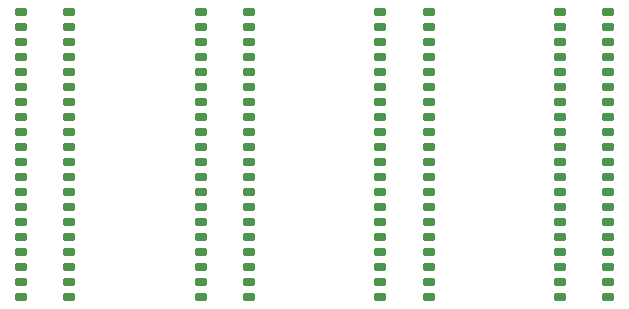
<source format=gbp>
G04 #@! TF.GenerationSoftware,KiCad,Pcbnew,7.0.6-0*
G04 #@! TF.CreationDate,2023-10-14T16:46:17-04:00*
G04 #@! TF.ProjectId,FBI Board,46424920-426f-4617-9264-2e6b69636164,1*
G04 #@! TF.SameCoordinates,Original*
G04 #@! TF.FileFunction,Paste,Bot*
G04 #@! TF.FilePolarity,Positive*
%FSLAX46Y46*%
G04 Gerber Fmt 4.6, Leading zero omitted, Abs format (unit mm)*
G04 Created by KiCad (PCBNEW 7.0.6-0) date 2023-10-14 16:46:17*
%MOMM*%
%LPD*%
G01*
G04 APERTURE LIST*
G04 Aperture macros list*
%AMRoundRect*
0 Rectangle with rounded corners*
0 $1 Rounding radius*
0 $2 $3 $4 $5 $6 $7 $8 $9 X,Y pos of 4 corners*
0 Add a 4 corners polygon primitive as box body*
4,1,4,$2,$3,$4,$5,$6,$7,$8,$9,$2,$3,0*
0 Add four circle primitives for the rounded corners*
1,1,$1+$1,$2,$3*
1,1,$1+$1,$4,$5*
1,1,$1+$1,$6,$7*
1,1,$1+$1,$8,$9*
0 Add four rect primitives between the rounded corners*
20,1,$1+$1,$2,$3,$4,$5,0*
20,1,$1+$1,$4,$5,$6,$7,0*
20,1,$1+$1,$6,$7,$8,$9,0*
20,1,$1+$1,$8,$9,$2,$3,0*%
G04 Aperture macros list end*
%ADD10RoundRect,0.190000X0.310000X0.190000X-0.310000X0.190000X-0.310000X-0.190000X0.310000X-0.190000X0*%
%ADD11RoundRect,0.190000X-0.310000X-0.190000X0.310000X-0.190000X0.310000X0.190000X-0.310000X0.190000X0*%
G04 APERTURE END LIST*
D10*
X149820000Y-112620000D03*
X149820000Y-111350000D03*
X149820000Y-110080000D03*
X149820000Y-108810000D03*
X149820000Y-107540000D03*
X149820000Y-106270000D03*
X149820000Y-105000000D03*
X149820000Y-103730000D03*
X149820000Y-102460000D03*
X149820000Y-101190000D03*
X149820000Y-99920000D03*
X149820000Y-98650000D03*
X149820000Y-97380000D03*
X149820000Y-96110000D03*
X149820000Y-94840000D03*
X149820000Y-93570000D03*
X149820000Y-92300000D03*
X149820000Y-91030000D03*
X149820000Y-89760000D03*
X149820000Y-88490000D03*
D11*
X145720000Y-88480000D03*
X145720000Y-89750000D03*
X145720000Y-91020000D03*
X145720000Y-92290000D03*
X145720000Y-93560000D03*
X145720000Y-94830000D03*
X145720000Y-96100000D03*
X145720000Y-97370000D03*
X145720000Y-98640000D03*
X145720000Y-99910000D03*
X145720000Y-101180000D03*
X145720000Y-102450000D03*
X145720000Y-103720000D03*
X145720000Y-104990000D03*
X145720000Y-106260000D03*
X145720000Y-107530000D03*
X145720000Y-108800000D03*
X145720000Y-110070000D03*
X145720000Y-111340000D03*
X145720000Y-112610000D03*
D10*
X119400000Y-112620000D03*
X119400000Y-111350000D03*
X119400000Y-110080000D03*
X119400000Y-108810000D03*
X119400000Y-107540000D03*
X119400000Y-106270000D03*
X119400000Y-105000000D03*
X119400000Y-103730000D03*
X119400000Y-102460000D03*
X119400000Y-101190000D03*
X119400000Y-99920000D03*
X119400000Y-98650000D03*
X119400000Y-97380000D03*
X119400000Y-96110000D03*
X119400000Y-94840000D03*
X119400000Y-93570000D03*
X119400000Y-92300000D03*
X119400000Y-91030000D03*
X119400000Y-89760000D03*
X119400000Y-88490000D03*
D11*
X115300000Y-88480000D03*
X115300000Y-89750000D03*
X115300000Y-91020000D03*
X115300000Y-92290000D03*
X115300000Y-93560000D03*
X115300000Y-94830000D03*
X115300000Y-96100000D03*
X115300000Y-97370000D03*
X115300000Y-98640000D03*
X115300000Y-99910000D03*
X115300000Y-101180000D03*
X115300000Y-102450000D03*
X115300000Y-103720000D03*
X115300000Y-104990000D03*
X115300000Y-106260000D03*
X115300000Y-107530000D03*
X115300000Y-108800000D03*
X115300000Y-110070000D03*
X115300000Y-111340000D03*
X115300000Y-112610000D03*
D10*
X165010000Y-112620000D03*
X165010000Y-111350000D03*
X165010000Y-110080000D03*
X165010000Y-108810000D03*
X165010000Y-107540000D03*
X165010000Y-106270000D03*
X165010000Y-105000000D03*
X165010000Y-103730000D03*
X165010000Y-102460000D03*
X165010000Y-101190000D03*
X165010000Y-99920000D03*
X165010000Y-98650000D03*
X165010000Y-97380000D03*
X165010000Y-96110000D03*
X165010000Y-94840000D03*
X165010000Y-93570000D03*
X165010000Y-92300000D03*
X165010000Y-91030000D03*
X165010000Y-89760000D03*
X165010000Y-88490000D03*
D11*
X160910000Y-88480000D03*
X160910000Y-89750000D03*
X160910000Y-91020000D03*
X160910000Y-92290000D03*
X160910000Y-93560000D03*
X160910000Y-94830000D03*
X160910000Y-96100000D03*
X160910000Y-97370000D03*
X160910000Y-98640000D03*
X160910000Y-99910000D03*
X160910000Y-101180000D03*
X160910000Y-102450000D03*
X160910000Y-103720000D03*
X160910000Y-104990000D03*
X160910000Y-106260000D03*
X160910000Y-107530000D03*
X160910000Y-108800000D03*
X160910000Y-110070000D03*
X160910000Y-111340000D03*
X160910000Y-112610000D03*
D10*
X134610000Y-112620000D03*
X134610000Y-111350000D03*
X134610000Y-110080000D03*
X134610000Y-108810000D03*
X134610000Y-107540000D03*
X134610000Y-106270000D03*
X134610000Y-105000000D03*
X134610000Y-103730000D03*
X134610000Y-102460000D03*
X134610000Y-101190000D03*
X134610000Y-99920000D03*
X134610000Y-98650000D03*
X134610000Y-97380000D03*
X134610000Y-96110000D03*
X134610000Y-94840000D03*
X134610000Y-93570000D03*
X134610000Y-92300000D03*
X134610000Y-91030000D03*
X134610000Y-89760000D03*
X134610000Y-88490000D03*
D11*
X130510000Y-88480000D03*
X130510000Y-89750000D03*
X130510000Y-91020000D03*
X130510000Y-92290000D03*
X130510000Y-93560000D03*
X130510000Y-94830000D03*
X130510000Y-96100000D03*
X130510000Y-97370000D03*
X130510000Y-98640000D03*
X130510000Y-99910000D03*
X130510000Y-101180000D03*
X130510000Y-102450000D03*
X130510000Y-103720000D03*
X130510000Y-104990000D03*
X130510000Y-106260000D03*
X130510000Y-107530000D03*
X130510000Y-108800000D03*
X130510000Y-110070000D03*
X130510000Y-111340000D03*
X130510000Y-112610000D03*
M02*

</source>
